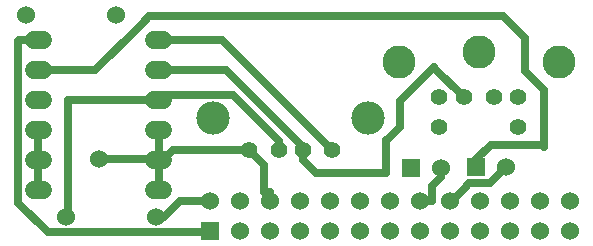
<source format=gtl>
G04 start of page 2 for group 0 idx 0 *
G04 Title: (unknown), top *
G04 Creator: pcb 20140316 *
G04 CreationDate: Tue 22 Dec 2015 07:16:43 PM GMT UTC *
G04 For: vince *
G04 Format: Gerber/RS-274X *
G04 PCB-Dimensions (mil): 1950.00 850.00 *
G04 PCB-Coordinate-Origin: lower left *
%MOIN*%
%FSLAX25Y25*%
%LNTOP*%
%ADD23C,0.0900*%
%ADD22C,0.0910*%
%ADD21C,0.0280*%
%ADD20C,0.0360*%
%ADD19C,0.0380*%
%ADD18C,0.0350*%
%ADD17C,0.0550*%
%ADD16C,0.1100*%
%ADD15C,0.1110*%
%ADD14C,0.0560*%
%ADD13C,0.0600*%
%ADD12C,0.0001*%
%ADD11C,0.0250*%
G54D11*X141400Y16400D03*
X151950Y20525D02*X147825Y16400D01*
X141400D03*
X147825D02*X147200D01*
X137200D03*
X141400D01*
X137200D02*X141400D01*
X137200D01*
X141400Y21600D02*Y16400D01*
X125800Y36800D02*X126200D01*
X53300Y51800D02*Y50000D01*
X126200Y36800D02*X130600Y41200D01*
Y49700D01*
X142000Y61100D01*
Y60800D01*
X151800Y51000D01*
X160900Y35200D02*X177900D01*
X178600Y34500D01*
Y53600D01*
X172300Y59900D01*
Y70800D01*
X165100Y78000D01*
X47125D01*
X153775Y22350D02*X151950Y20525D01*
X166000Y27700D02*X160650Y22350D01*
X156000Y27700D02*Y30300D01*
X160900Y35200D01*
X160650Y22350D02*X153775D01*
X102500Y25800D02*X125800D01*
Y36800D01*
X144400Y24600D02*X141400Y21600D01*
X144400Y24600D03*
D03*
Y27600D02*Y24600D01*
Y27600D02*Y24600D01*
Y27600D02*Y24600D01*
D03*
D03*
X50200Y20200D02*X50000Y20000D01*
X57275Y16400D02*X56750Y15875D01*
X52075Y11200D02*X49200D01*
X67200Y16400D02*X57275D01*
X56750Y15875D02*X52075Y11200D01*
X80450Y33300D02*X85200Y28550D01*
X54800Y33300D02*X51500Y30000D01*
X50200Y40000D02*Y20200D01*
X80450Y33300D02*X54800D01*
X85200Y28550D02*Y19400D01*
X10000Y40000D02*Y20000D01*
X3250Y69625D02*Y15875D01*
X43250Y74125D02*X29125Y60000D01*
X11500D01*
X3625Y70000D02*X3250Y69625D01*
X11500Y70000D02*X3625D01*
X44375Y75250D02*X43250Y74125D01*
X47125Y78000D02*X44613Y75488D01*
X50000Y50000D02*X20100D01*
X30400Y30300D02*X49700D01*
X50000Y30000D01*
X20100Y50000D02*Y12100D01*
X19200Y11200D01*
X36050Y78750D02*X35900Y78600D01*
X36050Y78750D01*
X72700Y60000D02*X98150Y34550D01*
X75025Y51800D02*X90250Y36575D01*
X71250Y70000D02*X107950Y33300D01*
X90250Y36575D02*Y33300D01*
X98150Y34550D02*Y33300D01*
Y30150D01*
X102500Y25800D01*
X53300Y51800D02*X51500Y50000D01*
X75025Y51800D02*X53300D01*
X72700Y60000D02*X51500D01*
X71250Y70000D02*X51500D01*
X87200Y19400D02*X85200D01*
X87200D02*X85200D01*
X87200D02*X85200D01*
X87200Y16400D02*Y19400D01*
Y16400D02*Y19400D01*
Y16400D02*Y19400D01*
Y16400D02*Y19400D01*
Y16400D01*
X67200Y5950D03*
X13175D01*
X3250Y15875D02*X13175Y5950D01*
X67200Y6400D02*Y5950D01*
Y6400D02*Y5950D01*
Y5750D02*Y4750D01*
Y5750D02*Y4750D01*
Y6400D02*Y5950D01*
Y6400D02*Y5950D01*
Y6400D02*Y5950D01*
Y6400D02*Y5950D01*
Y6400D02*Y5950D01*
Y6400D02*Y5950D01*
D03*
D03*
D03*
D03*
D03*
D03*
D03*
D03*
Y5750D01*
Y5950D02*Y5750D01*
Y5950D02*Y5750D01*
Y5950D02*Y5750D01*
Y5950D02*Y5750D01*
G54D12*G36*
X64200Y9400D02*Y3400D01*
X70200D01*
Y9400D01*
X64200D01*
G37*
G54D13*X67200Y16400D03*
X77200Y6400D03*
Y16400D03*
X87200Y6400D03*
Y16400D03*
X97200Y6400D03*
Y16400D03*
G54D14*X98150Y33300D03*
X90250D03*
X80450D03*
G54D13*X49200Y11200D03*
G54D15*X68350Y44000D03*
G54D13*X50000Y20000D03*
Y30000D03*
Y40000D03*
Y50000D03*
Y60000D03*
Y70000D03*
G54D16*X183500Y62800D03*
G54D17*X162000Y51000D03*
X170100D03*
G54D16*X156900Y66000D03*
X130300Y62800D03*
G54D17*X151800Y51000D03*
X143700D03*
Y41200D03*
X170100D03*
G54D12*G36*
X153000Y30700D02*Y24700D01*
X159000D01*
Y30700D01*
X153000D01*
G37*
G54D13*X166000Y27700D03*
G54D15*X120050Y44000D03*
G54D12*G36*
X131400Y30600D02*Y24600D01*
X137400D01*
Y30600D01*
X131400D01*
G37*
G54D13*X144400Y27600D03*
G54D14*X107950Y33300D03*
G54D13*X107200Y6400D03*
X117200D03*
X127200D03*
X107200Y16400D03*
X117200D03*
X127200D03*
X137200D03*
X147200D03*
X157200D03*
X137200Y6400D03*
X147200D03*
X157200D03*
X167200D03*
Y16400D03*
X177200D03*
X187200D03*
X177200Y6400D03*
X187200D03*
X19200Y11200D03*
X35900Y78600D03*
X5900D03*
X10000Y70000D03*
Y60000D03*
Y50000D03*
Y40000D03*
Y30000D03*
Y20000D03*
X48500D02*X51500D01*
X48500Y30000D02*X51500D01*
X48500Y40000D02*X51500D01*
X48500Y50000D02*X51500D01*
X48500Y60000D02*X51500D01*
X48500Y70000D02*X51500D01*
X8500Y50000D02*X11500D01*
X8500Y40000D02*X11500D01*
X8500Y70000D02*X11500D01*
X8500Y60000D02*X11500D01*
X8500Y30000D02*X11500D01*
X8500Y20000D02*X11500D01*
X30400Y30300D03*
G54D18*G54D19*G54D20*G54D21*G54D22*G54D18*G54D23*G54D18*G54D23*G54D18*G54D19*G54D22*G54D19*G54D20*G54D19*G54D21*G54D18*M02*

</source>
